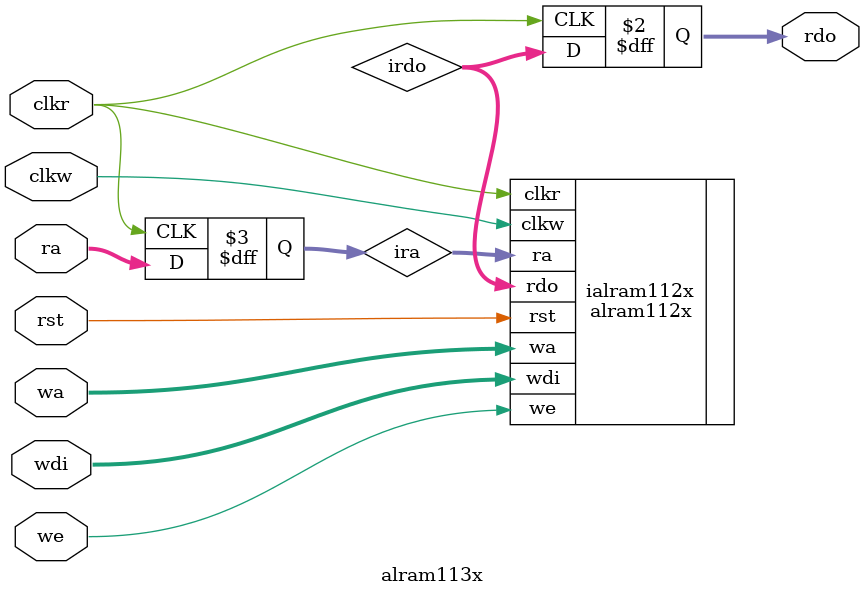
<source format=v>

module alram113x
    (
     clkw,//clock write
     clkr,//clock read
     rst,
     
     rdo,//data from ram
     ra,//read address
     
     wdi,//data to ram
     wa,//write address
     we //write enable
     );
////////////////////////////////////////////////////////////////////////////////
// Parameter declarations

parameter WID = 256;
parameter AWID = 5; //address width
parameter DEP = 1<<AWID;

////////////////////////////////////////////////////////////////////////////////
// Port declarations

input clkw;
input clkr;
input rst;

output [WID-1:0] rdo;
input [AWID-1:0] ra;

input [WID-1:0]  wdi;
input [AWID-1:0] wa;
input            we;

////////////////////////////////////////////////////////////////////////////////
// Local logic and instantiation

reg [AWID-1:0]   ira;
reg [WID-1:0]   rdo;
wire [WID-1:0]    irdo;

always@(posedge clkr)
    begin
    ira <= ra;
    rdo <= irdo;
    end

alram112x
    #(WID,AWID)
ialram112x
    (
     .clkw(clkw),//clock write
     .clkr(clkr),//clock read
     .rst(rst),
     
     .rdo(irdo),//data from ram
     .ra(ira),//read address
     
     .wdi(wdi),//data to ram
     .wa(wa),//write address
     .we(we) //write enable
     );

endmodule
</source>
